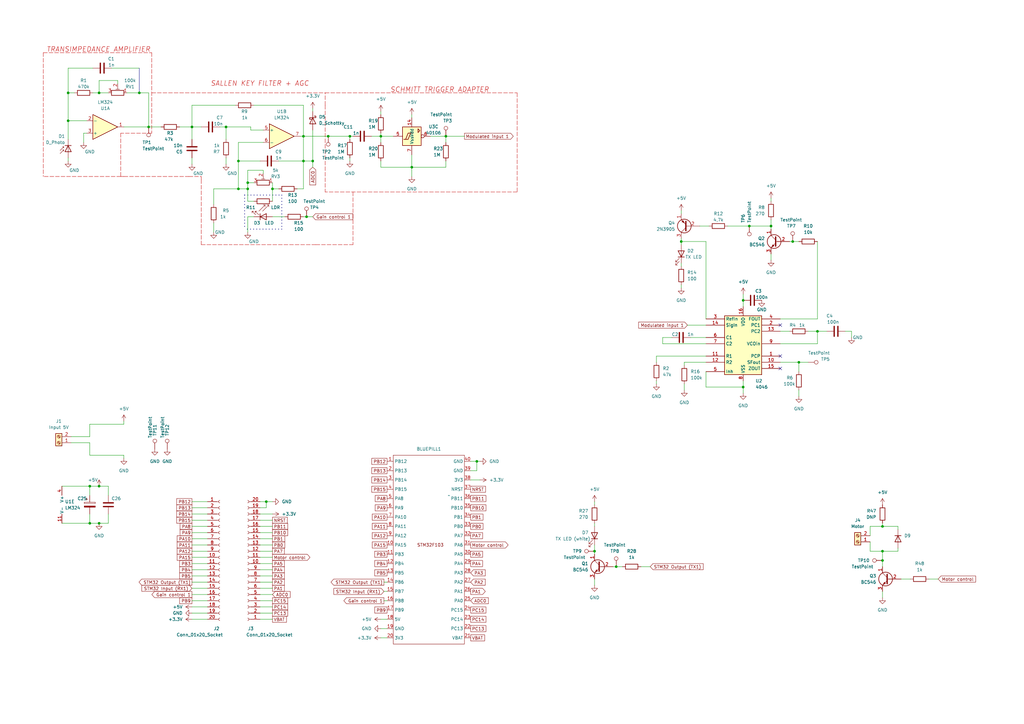
<source format=kicad_sch>
(kicad_sch (version 20230121) (generator eeschema)
  (paper "A3")
  (title_block (title "BFSK for VLC link") (date "2023-09-30") (rev "2") (company "Designer: Alan Vel"))
  (junction (at 128.27 66.04))
  (junction (at 252.73 232.41))
  (junction (at 156.21 55.88))
  (junction (at 325.12 99.06))
  (junction (at 36.83 214.63))
  (junction (at 168.91 68.58))
  (junction (at 36.83 199.39))
  (junction (at 40.64 38.1))
  (junction (at 40.64 214.63))
  (junction (at 143.51 55.88))
  (junction (at 57.15 38.1))
  (junction (at 125.73 88.9))
  (junction (at 124.46 55.88))
  (junction (at 361.95 229.87))
  (junction (at 60.96 52.07))
  (junction (at 111.76 77.47))
  (junction (at 40.64 199.39))
  (junction (at 92.71 52.07))
  (junction (at 97.79 66.04))
  (junction (at 304.8 158.75))
  (junction (at 361.95 215.9))
  (junction (at 316.23 92.71))
  (junction (at 124.46 66.04))
  (junction (at 101.6 77.47))
  (junction (at 243.84 226.06))
  (junction (at 109.22 205.74))
  (junction (at 182.88 55.88))
  (junction (at 78.74 52.07))
  (junction (at 327.66 148.59))
  (junction (at 304.8 123.19))
  (junction (at 335.28 135.89))
  (junction (at 279.4 99.06))
  (junction (at 195.58 189.23))
  (junction (at 27.94 38.1))
  (junction (at 101.6 74.93))
  (junction (at 27.94 49.53))
  (junction (at 134.62 55.88))
  (junction (at 307.34 92.71))
  (junction (at 97.79 77.47))
  (junction (at 361.95 226.06))
  (no_connect (at 320.04 133.35))
  (no_connect (at 320.04 151.13))
  (no_connect (at 320.04 146.05))
  (wire (pts (xy 266.7 232.41) (xy 262.89 232.41)))
  (wire (pts (xy 243.84 226.06) (xy 243.84 227.33)))
  (wire (pts (xy 27.94 49.53) (xy 35.56 49.53)))
  (wire (pts (xy 243.84 223.52) (xy 243.84 226.06)))
  (wire (pts (xy 152.4 55.88) (xy 156.21 55.88)))
  (wire (pts (xy 346.71 135.89) (xy 349.25 135.89)))
  (wire (pts (xy 156.21 257.81) (xy 158.75 257.81)))
  (wire (pts (xy 90.17 52.07) (xy 92.71 52.07)))
  (wire (pts (xy 36.83 173.99) (xy 50.8 173.99)))
  (wire (pts (xy 243.84 214.63) (xy 243.84 215.9)))
  (polyline (pts (xy 82.55 72.39) (xy 82.55 73.66)) (stroke (width 0) (type dash) (color 194 0 0 1)))
  (wire (pts (xy 111.76 88.9) (xy 116.84 88.9)))
  (wire (pts (xy 335.28 140.97) (xy 335.28 135.89)))
  (bus (pts (xy 100.33 80.01) (xy 100.33 93.98)) (stroke (width 0) (type dot)))
  (polyline (pts (xy 212.09 38.1) (xy 212.09 78.74)) (stroke (width 0) (type dash) (color 194 0 0 1)))
  (wire (pts (xy 275.59 138.43) (xy 271.78 138.43)))
  (wire (pts (xy 78.74 228.6) (xy 85.09 228.6)))
  (wire (pts (xy 304.8 120.65) (xy 304.8 123.19)))
  (wire (pts (xy 97.79 77.47) (xy 101.6 77.47)))
  (wire (pts (xy 92.71 52.07) (xy 102.87 52.07)))
  (wire (pts (xy 156.21 254) (xy 158.75 254)))
  (wire (pts (xy 255.27 232.41) (xy 252.73 232.41)))
  (wire (pts (xy 269.24 146.05) (xy 269.24 148.59)))
  (polyline (pts (xy 129.54 100.33) (xy 93.98 100.33)) (stroke (width 0) (type dash) (color 194 0 0 1)))
  (wire (pts (xy 106.68 213.36) (xy 111.76 213.36)))
  (wire (pts (xy 78.74 64.77) (xy 78.74 67.31)))
  (wire (pts (xy 106.68 236.22) (xy 111.76 236.22)))
  (wire (pts (xy 97.79 66.04) (xy 97.79 77.47)))
  (wire (pts (xy 101.6 69.85) (xy 101.6 74.93)))
  (wire (pts (xy 156.21 55.88) (xy 156.21 58.42)))
  (wire (pts (xy 349.25 135.89) (xy 349.25 138.43)))
  (wire (pts (xy 289.56 130.81) (xy 289.56 99.06)))
  (wire (pts (xy 106.68 243.84) (xy 111.76 243.84)))
  (wire (pts (xy 87.63 77.47) (xy 97.79 77.47)))
  (wire (pts (xy 157.48 238.76) (xy 158.75 238.76)))
  (polyline (pts (xy 82.55 73.66) (xy 82.55 100.33)) (stroke (width 0) (type dash) (color 194 0 0 1)))
  (wire (pts (xy 316.23 92.71) (xy 316.23 93.98)))
  (wire (pts (xy 78.74 208.28) (xy 85.09 208.28)))
  (wire (pts (xy 107.95 69.85) (xy 101.6 69.85)))
  (wire (pts (xy 182.88 58.42) (xy 182.88 55.88)))
  (wire (pts (xy 316.23 104.14) (xy 316.23 106.68)))
  (wire (pts (xy 106.68 226.06) (xy 111.76 226.06)))
  (wire (pts (xy 156.21 55.88) (xy 161.29 55.88)))
  (wire (pts (xy 121.92 77.47) (xy 124.46 77.47)))
  (polyline (pts (xy 77.47 72.39) (xy 82.55 72.39)) (stroke (width 0) (type dash) (color 194 0 0 1)))
  (wire (pts (xy 128.27 66.04) (xy 128.27 68.58)))
  (wire (pts (xy 25.4 199.39) (xy 36.83 199.39)))
  (polyline (pts (xy 50.8 72.39) (xy 77.47 72.39)) (stroke (width 0) (type dash) (color 194 0 0 1)))
  (wire (pts (xy 27.94 64.77) (xy 27.94 66.04)))
  (wire (pts (xy 78.74 218.44) (xy 85.09 218.44)))
  (wire (pts (xy 27.94 57.15) (xy 27.94 49.53)))
  (wire (pts (xy 304.8 123.19) (xy 304.8 125.73)))
  (wire (pts (xy 78.74 243.84) (xy 85.09 243.84)))
  (wire (pts (xy 124.46 55.88) (xy 134.62 55.88)))
  (wire (pts (xy 106.68 205.74) (xy 109.22 205.74)))
  (polyline (pts (xy 133.35 38.1) (xy 212.09 38.1)) (stroke (width 0) (type dash) (color 194 0 0 1)))
  (wire (pts (xy 106.68 241.3) (xy 111.76 241.3)))
  (wire (pts (xy 289.56 152.4) (xy 289.56 158.75)))
  (wire (pts (xy 316.23 81.28) (xy 316.23 82.55)))
  (wire (pts (xy 78.74 236.22) (xy 85.09 236.22)))
  (wire (pts (xy 327.66 162.56) (xy 327.66 160.02)))
  (wire (pts (xy 124.46 66.04) (xy 124.46 77.47)))
  (wire (pts (xy 195.58 189.23) (xy 196.85 189.23)))
  (wire (pts (xy 279.4 97.79) (xy 279.4 99.06)))
  (wire (pts (xy 243.84 237.49) (xy 243.84 240.03)))
  (wire (pts (xy 52.07 38.1) (xy 57.15 38.1)))
  (wire (pts (xy 368.3 224.79) (xy 368.3 226.06)))
  (wire (pts (xy 156.21 45.72) (xy 156.21 46.99)))
  (polyline (pts (xy 133.35 43.18) (xy 133.35 38.1)) (stroke (width 0) (type dash) (color 194 0 0 1)))
  (wire (pts (xy 298.45 92.71) (xy 307.34 92.71)))
  (wire (pts (xy 107.95 69.85) (xy 107.95 71.12)))
  (wire (pts (xy 78.74 220.98) (xy 85.09 220.98)))
  (wire (pts (xy 106.68 223.52) (xy 111.76 223.52)))
  (wire (pts (xy 25.4 214.63) (xy 36.83 214.63)))
  (wire (pts (xy 335.28 135.89) (xy 339.09 135.89)))
  (polyline (pts (xy 17.78 21.59) (xy 17.78 72.39)) (stroke (width 0) (type dash) (color 194 0 0 1)))
  (wire (pts (xy 92.71 52.07) (xy 92.71 57.15)))
  (wire (pts (xy 36.83 214.63) (xy 40.64 214.63)))
  (wire (pts (xy 106.68 208.28) (xy 109.22 208.28)))
  (wire (pts (xy 156.21 66.04) (xy 156.21 68.58)))
  (wire (pts (xy 106.68 246.38) (xy 111.76 246.38)))
  (wire (pts (xy 356.87 215.9) (xy 361.95 215.9)))
  (wire (pts (xy 193.04 189.23) (xy 195.58 189.23)))
  (wire (pts (xy 34.29 58.42) (xy 34.29 54.61)))
  (wire (pts (xy 111.76 77.47) (xy 114.3 77.47)))
  (wire (pts (xy 195.58 189.23) (xy 195.58 193.04)))
  (polyline (pts (xy 133.35 43.18) (xy 133.35 78.74)) (stroke (width 0) (type dash) (color 194 0 0 1)))
  (wire (pts (xy 48.26 33.02) (xy 40.64 33.02)))
  (wire (pts (xy 101.6 95.25) (xy 101.6 88.9)))
  (bus (pts (xy 100.33 80.01) (xy 115.57 80.01)) (stroke (width 0) (type dot)))
  (wire (pts (xy 271.78 140.97) (xy 289.56 140.97)))
  (wire (pts (xy 78.74 226.06) (xy 85.09 226.06)))
  (wire (pts (xy 101.6 74.93) (xy 101.6 77.47)))
  (wire (pts (xy 327.66 148.59) (xy 327.66 152.4)))
  (wire (pts (xy 331.47 135.89) (xy 335.28 135.89)))
  (wire (pts (xy 280.67 157.48) (xy 280.67 160.02)))
  (wire (pts (xy 48.26 34.29) (xy 48.26 33.02)))
  (wire (pts (xy 78.74 52.07) (xy 82.55 52.07)))
  (wire (pts (xy 271.78 138.43) (xy 271.78 140.97)))
  (wire (pts (xy 106.68 215.9) (xy 111.76 215.9)))
  (wire (pts (xy 279.4 99.06) (xy 279.4 100.33)))
  (polyline (pts (xy 62.23 21.59) (xy 62.23 54.61)) (stroke (width 0) (type dash) (color 194 0 0 1)))
  (wire (pts (xy 78.74 231.14) (xy 85.09 231.14)))
  (wire (pts (xy 36.83 179.07) (xy 36.83 173.99)))
  (wire (pts (xy 111.76 77.47) (xy 111.76 82.55)))
  (wire (pts (xy 60.96 38.1) (xy 57.15 38.1)))
  (wire (pts (xy 307.34 92.71) (xy 316.23 92.71)))
  (wire (pts (xy 327.66 148.59) (xy 331.47 148.59)))
  (wire (pts (xy 124.46 88.9) (xy 125.73 88.9)))
  (wire (pts (xy 289.56 146.05) (xy 269.24 146.05)))
  (wire (pts (xy 87.63 91.44) (xy 87.63 95.25)))
  (wire (pts (xy 78.74 241.3) (xy 85.09 241.3)))
  (wire (pts (xy 106.68 238.76) (xy 111.76 238.76)))
  (wire (pts (xy 106.68 231.14) (xy 111.76 231.14)))
  (wire (pts (xy 384.81 237.49) (xy 381 237.49)))
  (wire (pts (xy 143.51 64.77) (xy 143.51 66.04)))
  (wire (pts (xy 106.68 228.6) (xy 111.76 228.6)))
  (wire (pts (xy 124.46 66.04) (xy 124.46 55.88)))
  (wire (pts (xy 156.21 54.61) (xy 156.21 55.88)))
  (wire (pts (xy 106.68 210.82) (xy 111.76 210.82)))
  (wire (pts (xy 30.48 38.1) (xy 27.94 38.1)))
  (wire (pts (xy 356.87 226.06) (xy 361.95 226.06)))
  (wire (pts (xy 283.21 138.43) (xy 289.56 138.43)))
  (wire (pts (xy 50.8 187.96) (xy 50.8 186.69)))
  (wire (pts (xy 304.8 156.21) (xy 304.8 158.75)))
  (wire (pts (xy 128.27 53.34) (xy 128.27 66.04)))
  (wire (pts (xy 29.21 179.07) (xy 36.83 179.07)))
  (wire (pts (xy 182.88 66.04) (xy 182.88 68.58)))
  (wire (pts (xy 106.68 254) (xy 111.76 254)))
  (wire (pts (xy 36.83 199.39) (xy 36.83 203.2)))
  (wire (pts (xy 27.94 38.1) (xy 27.94 49.53)))
  (wire (pts (xy 101.6 88.9) (xy 104.14 88.9)))
  (polyline (pts (xy 49.53 72.39) (xy 50.8 72.39)) (stroke (width 0) (type dash) (color 194 0 0 1)))
  (wire (pts (xy 168.91 46.99) (xy 168.91 48.26)))
  (wire (pts (xy 356.87 222.25) (xy 356.87 226.06)))
  (wire (pts (xy 252.73 232.41) (xy 251.46 232.41)))
  (wire (pts (xy 168.91 63.5) (xy 168.91 68.58)))
  (wire (pts (xy 97.79 58.42) (xy 97.79 66.04)))
  (wire (pts (xy 368.3 217.17) (xy 368.3 215.9)))
  (wire (pts (xy 60.96 38.1) (xy 60.96 52.07)))
  (wire (pts (xy 57.15 27.94) (xy 57.15 38.1)) (stroke (width 0) (color 0 0 132 1)))
  (wire (pts (xy 50.8 52.07) (xy 60.96 52.07)))
  (wire (pts (xy 182.88 68.58) (xy 168.91 68.58)))
  (polyline (pts (xy 49.53 54.61) (xy 49.53 72.39)) (stroke (width 0) (type dash) (color 194 0 0 1)))
  (wire (pts (xy 111.76 77.47) (xy 111.76 74.93)))
  (wire (pts (xy 109.22 208.28) (xy 109.22 205.74)))
  (wire (pts (xy 157.48 242.57) (xy 158.75 242.57)))
  (wire (pts (xy 78.74 248.92) (xy 85.09 248.92)))
  (wire (pts (xy 38.1 27.94) (xy 27.94 27.94)))
  (wire (pts (xy 78.74 251.46) (xy 85.09 251.46)))
  (wire (pts (xy 44.45 210.82) (xy 44.45 214.63)))
  (wire (pts (xy 279.4 107.95) (xy 279.4 109.22)))
  (wire (pts (xy 96.52 43.18) (xy 78.74 43.18)))
  (wire (pts (xy 104.14 74.93) (xy 101.6 74.93)))
  (wire (pts (xy 156.21 261.62) (xy 158.75 261.62)))
  (wire (pts (xy 106.68 251.46) (xy 111.76 251.46)))
  (wire (pts (xy 143.51 55.88) (xy 143.51 57.15)))
  (wire (pts (xy 373.38 237.49) (xy 369.57 237.49)))
  (wire (pts (xy 97.79 58.42) (xy 107.95 58.42)))
  (wire (pts (xy 157.48 246.38) (xy 158.75 246.38)))
  (wire (pts (xy 40.64 38.1) (xy 44.45 38.1)))
  (wire (pts (xy 101.6 77.47) (xy 101.6 82.55)))
  (wire (pts (xy 335.28 130.81) (xy 320.04 130.81)))
  (wire (pts (xy 45.72 27.94) (xy 57.15 27.94)))
  (wire (pts (xy 78.74 210.82) (xy 85.09 210.82)))
  (wire (pts (xy 361.95 242.57) (xy 361.95 245.11)))
  (wire (pts (xy 34.29 54.61) (xy 35.56 54.61)))
  (wire (pts (xy 78.74 233.68) (xy 85.09 233.68)))
  (wire (pts (xy 356.87 219.71) (xy 356.87 215.9)))
  (polyline (pts (xy 129.54 100.33) (xy 144.78 100.33)) (stroke (width 0) (type dash) (color 194 0 0 1)))
  (wire (pts (xy 281.94 133.35) (xy 289.56 133.35)))
  (wire (pts (xy 106.68 233.68) (xy 111.76 233.68)))
  (wire (pts (xy 101.6 82.55) (xy 104.14 82.55)))
  (wire (pts (xy 361.95 229.87) (xy 361.95 232.41)))
  (polyline (pts (xy 49.53 72.39) (xy 17.78 72.39)) (stroke (width 0) (type dash) (color 194 0 0 1)))
  (wire (pts (xy 182.88 55.88) (xy 190.5 55.88)))
  (wire (pts (xy 124.46 55.88) (xy 123.19 55.88)))
  (wire (pts (xy 78.74 43.18) (xy 78.74 52.07)))
  (wire (pts (xy 36.83 186.69) (xy 50.8 186.69)))
  (wire (pts (xy 368.3 226.06) (xy 361.95 226.06)))
  (wire (pts (xy 193.04 196.85) (xy 196.85 196.85)))
  (wire (pts (xy 27.94 27.94) (xy 27.94 38.1)))
  (wire (pts (xy 78.74 223.52) (xy 85.09 223.52)))
  (wire (pts (xy 78.74 238.76) (xy 85.09 238.76)))
  (wire (pts (xy 104.14 43.18) (xy 124.46 43.18)))
  (wire (pts (xy 320.04 148.59) (xy 327.66 148.59)))
  (wire (pts (xy 38.1 38.1) (xy 40.64 38.1)))
  (wire (pts (xy 92.71 64.77) (xy 92.71 67.31)))
  (wire (pts (xy 280.67 148.59) (xy 280.67 149.86)))
  (wire (pts (xy 78.74 254) (xy 85.09 254)))
  (wire (pts (xy 50.8 172.72) (xy 50.8 173.99)))
  (wire (pts (xy 36.83 210.82) (xy 36.83 214.63)))
  (wire (pts (xy 114.3 66.04) (xy 124.46 66.04)))
  (wire (pts (xy 243.84 205.74) (xy 243.84 207.01)))
  (wire (pts (xy 97.79 66.04) (xy 106.68 66.04)))
  (wire (pts (xy 134.62 55.88) (xy 143.51 55.88)))
  (polyline (pts (xy 82.55 100.33) (xy 93.98 100.33)) (stroke (width 0) (type dash) (color 194 0 0 1)))
  (wire (pts (xy 109.22 205.74) (xy 111.76 205.74)))
  (wire (pts (xy 87.63 77.47) (xy 87.63 83.82)))
  (wire (pts (xy 289.56 158.75) (xy 304.8 158.75)))
  (bus (pts (xy 115.57 80.01) (xy 115.57 93.98)) (stroke (width 0) (type dot)))
  (wire (pts (xy 124.46 43.18) (xy 124.46 55.88)))
  (wire (pts (xy 106.68 220.98) (xy 111.76 220.98)))
  (bus (pts (xy 115.57 93.98) (xy 100.33 93.98)) (stroke (width 0) (type dot)))
  (wire (pts (xy 193.04 193.04) (xy 195.58 193.04)))
  (wire (pts (xy 327.66 99.06) (xy 325.12 99.06)))
  (wire (pts (xy 368.3 215.9) (xy 361.95 215.9)))
  (wire (pts (xy 29.21 181.61) (xy 36.83 181.61)))
  (wire (pts (xy 125.73 88.9) (xy 128.27 88.9)))
  (wire (pts (xy 156.21 68.58) (xy 168.91 68.58)))
  (wire (pts (xy 279.4 86.36) (xy 279.4 87.63)))
  (wire (pts (xy 44.45 199.39) (xy 44.45 203.2)))
  (wire (pts (xy 361.95 214.63) (xy 361.95 215.9)))
  (wire (pts (xy 304.8 158.75) (xy 304.8 161.29)))
  (wire (pts (xy 73.66 52.07) (xy 78.74 52.07)))
  (wire (pts (xy 78.74 246.38) (xy 85.09 246.38)))
  (wire (pts (xy 316.23 90.17) (xy 316.23 92.71)))
  (wire (pts (xy 289.56 148.59) (xy 280.67 148.59)))
  (polyline (pts (xy 62.23 38.1) (xy 133.35 38.1)) (stroke (width 0) (type dash) (color 194 0 0 1)))
  (wire (pts (xy 289.56 99.06) (xy 279.4 99.06)))
  (wire (pts (xy 335.28 99.06) (xy 335.28 130.81)))
  (wire (pts (xy 78.74 215.9) (xy 85.09 215.9)))
  (wire (pts (xy 168.91 68.58) (xy 168.91 72.39)))
  (wire (pts (xy 106.68 248.92) (xy 111.76 248.92)))
  (polyline (pts (xy 144.78 78.74) (xy 144.78 100.33)) (stroke (width 0) (type dash) (color 194 0 0 1)))
  (wire (pts (xy 176.53 55.88) (xy 182.88 55.88)))
  (wire (pts (xy 40.64 199.39) (xy 44.45 199.39)))
  (wire (pts (xy 40.64 33.02) (xy 40.64 38.1)))
  (wire (pts (xy 106.68 218.44) (xy 111.76 218.44)))
  (wire (pts (xy 124.46 66.04) (xy 128.27 66.04)))
  (wire (pts (xy 269.24 156.21) (xy 269.24 157.48)))
  (polyline (pts (xy 212.09 78.74) (xy 133.35 78.74)) (stroke (width 0) (type dash) (color 194 0 0 1)))
  (wire (pts (xy 36.83 199.39) (xy 40.64 199.39)))
  (wire (pts (xy 102.87 53.34) (xy 107.95 53.34)))
  (wire (pts (xy 279.4 116.84) (xy 279.4 118.11)))
  (polyline (pts (xy 17.78 21.59) (xy 62.23 21.59)) (stroke (width 0) (type dash) (color 194 0 0 1)))
  (wire (pts (xy 36.83 181.61) (xy 36.83 186.69)))
  (wire (pts (xy 78.74 213.36) (xy 85.09 213.36)))
  (wire (pts (xy 128.27 44.45) (xy 128.27 45.72)))
  (wire (pts (xy 78.74 205.74) (xy 85.09 205.74)))
  (wire (pts (xy 78.74 52.07) (xy 78.74 57.15)))
  (wire (pts (xy 143.51 55.88) (xy 144.78 55.88)))
  (wire (pts (xy 320.04 135.89) (xy 323.85 135.89)))
  (wire (pts (xy 361.95 226.06) (xy 361.95 229.87)))
  (polyline (pts (xy 62.23 54.61) (xy 49.53 54.61)) (stroke (width 0) (type dash) (color 194 0 0 1)))
  (wire (pts (xy 320.04 140.97) (xy 335.28 140.97)))
  (wire (pts (xy 325.12 99.06) (xy 323.85 99.06)))
  (wire (pts (xy 102.87 52.07) (xy 102.87 53.34)))
  (wire (pts (xy 287.02 92.71) (xy 290.83 92.71)))
  (wire (pts (xy 60.96 52.07) (xy 66.04 52.07)))
  (wire (pts (xy 40.64 214.63) (xy 44.45 214.63)))
  (text "SALLEN KEY FILTER + AGC" (at 86.36 35.56 0) (effects (font (size 2 2) italic) (justify left bottom)))
  (text "TRANSIMPEDANCE AMPLIFIER" (at 19.05 21.59 0) (effects (font (size 2 2) italic) (justify left bottom)))
  (text "SCHMITT TRIGGER ADAPTER" (at 160.02 38.1 0) (effects (font (size 2 2) italic) (justify left bottom)))
  (global_label "PB10" (shape passive) (at 193.04 208.28 0) (property "Intersheetrefs" "${INTERSHEET_REFS}" (effects hide)))
  (global_label "PA15" (shape passive) (at 158.75 223.52 180) (property "Intersheetrefs" "${INTERSHEET_REFS}" (effects hide)))
  (global_label "PA1" (shape passive) (at 111.76 241.3 0) (property "Intersheetrefs" "${INTERSHEET_REFS}" (effects hide)))
  (global_label "PA9" (shape passive) (at 158.75 208.28 180) (property "Intersheetrefs" "${INTERSHEET_REFS}" (effects hide)))
  (global_label "PB3" (shape passive) (at 158.75 227.33 180) (property "Intersheetrefs" "${INTERSHEET_REFS}" (effects hide)))
  (global_label "ADC0" (shape input) (at 193.04 246.38 0) (property "Intersheetrefs" "${INTERSHEET_REFS}" (effects hide)))
  (global_label "ADC0" (shape input) (at 128.27 68.58 270) (property "Intersheetrefs" "${INTERSHEET_REFS}" (effects hide)))
  (global_label "NRST" (shape passive) (at 111.76 213.36 0) (property "Intersheetrefs" "${INTERSHEET_REFS}" (effects hide)))
  (global_label "VBAT" (shape passive) (at 111.76 254 0) (property "Intersheetrefs" "${INTERSHEET_REFS}" (effects hide)))
  (global_label "PB0" (shape passive) (at 111.76 223.52 0) (property "Intersheetrefs" "${INTERSHEET_REFS}" (effects hide)))
  (global_label "STM32 Output (TX1)" (shape output) (at 157.48 238.76 180) (property "Intersheetrefs" "${INTERSHEET_REFS}" (effects hide)))
  (global_label "PB3" (shape passive) (at 78.74 231.14 180) (property "Intersheetrefs" "${INTERSHEET_REFS}" (effects hide)))
  (global_label "PB14" (shape passive) (at 78.74 210.82 180) (property "Intersheetrefs" "${INTERSHEET_REFS}" (effects hide)))
  (global_label "PA11" (shape passive) (at 78.74 223.52 180) (property "Intersheetrefs" "${INTERSHEET_REFS}" (effects hide)))
  (global_label "PA10" (shape passive) (at 78.74 220.98 180) (property "Intersheetrefs" "${INTERSHEET_REFS}" (effects hide)))
  (global_label "NRST" (shape passive) (at 193.04 200.66 0) (property "Intersheetrefs" "${INTERSHEET_REFS}" (effects hide)))
  (global_label "PB13" (shape passive) (at 158.75 193.04 180) (property "Intersheetrefs" "${INTERSHEET_REFS}" (effects hide)))
  (global_label "Motor control" (shape input) (at 384.81 237.49 0) (property "Intersheetrefs" "${INTERSHEET_REFS}" (effects hide)))
  (global_label "PB1" (shape passive) (at 111.76 220.98 0) (property "Intersheetrefs" "${INTERSHEET_REFS}" (effects hide)))
  (global_label "Motor control" (shape output) (at 193.04 223.52 0) (property "Intersheetrefs" "${INTERSHEET_REFS}" (effects hide)))
  (global_label "PA12" (shape passive) (at 158.75 219.71 180) (property "Intersheetrefs" "${INTERSHEET_REFS}" (effects hide)))
  (global_label "STM32 Input (RX1)" (shape input) (at 157.48 242.57 180) (property "Intersheetrefs" "${INTERSHEET_REFS}" (effects hide)))
  (global_label "PA2" (shape passive) (at 111.76 238.76 0) (property "Intersheetrefs" "${INTERSHEET_REFS}" (effects hide)))
  (global_label "PB0" (shape passive) (at 193.04 215.9 0) (property "Intersheetrefs" "${INTERSHEET_REFS}" (effects hide)))
  (global_label "PA5" (shape passive) (at 193.04 227.33 0) (property "Intersheetrefs" "${INTERSHEET_REFS}" (effects hide)))
  (global_label "Motor control" (shape output) (at 111.76 228.6 0) (property "Intersheetrefs" "${INTERSHEET_REFS}" (effects hide)))
  (global_label "PC13" (shape passive) (at 111.76 251.46 0) (property "Intersheetrefs" "${INTERSHEET_REFS}" (effects hide)))
  (global_label "PB4" (shape passive) (at 78.74 233.68 180) (property "Intersheetrefs" "${INTERSHEET_REFS}" (effects hide)))
  (global_label "PA8" (shape passive) (at 158.75 204.47 180) (property "Intersheetrefs" "${INTERSHEET_REFS}" (effects hide)))
  (global_label "STM32 Input (RX1)" (shape input) (at 78.74 241.3 180) (property "Intersheetrefs" "${INTERSHEET_REFS}" (effects hide)))
  (global_label "PA11" (shape passive) (at 158.75 215.9 180) (property "Intersheetrefs" "${INTERSHEET_REFS}" (effects hide)))
  (global_label "PC14" (shape passive) (at 111.76 248.92 0) (property "Intersheetrefs" "${INTERSHEET_REFS}" (effects hide)))
  (global_label "PA5" (shape passive) (at 111.76 231.14 0) (property "Intersheetrefs" "${INTERSHEET_REFS}" (effects hide)))
  (global_label "PB4" (shape passive) (at 158.75 231.14 180) (property "Intersheetrefs" "${INTERSHEET_REFS}" (effects hide)))
  (global_label "PA9" (shape passive) (at 78.74 218.44 180) (property "Intersheetrefs" "${INTERSHEET_REFS}" (effects hide)))
  (global_label "STM32 Output (TX1)" (shape output) (at 78.74 238.76 180) (property "Intersheetrefs" "${INTERSHEET_REFS}" (effects hide)))
  (global_label "PA3" (shape input) (at 193.04 234.95 0) (property "Intersheetrefs" "${INTERSHEET_REFS}" (effects hide)))
  (global_label "Gain control 1" (shape input) (at 128.27 88.9 0) (property "Intersheetrefs" "${INTERSHEET_REFS}" (effects hide)))
  (global_label "PA1" (shape output) (at 193.04 242.57 0) (property "Intersheetrefs" "${INTERSHEET_REFS}" (effects hide)))
  (global_label "PB11" (shape passive) (at 193.04 204.47 0) (property "Intersheetrefs" "${INTERSHEET_REFS}" (effects hide)))
  (global_label "PB14" (shape passive) (at 158.75 196.85 180) (property "Intersheetrefs" "${INTERSHEET_REFS}" (effects hide)))
  (global_label "PB15" (shape passive) (at 158.75 200.66 180) (property "Intersheetrefs" "${INTERSHEET_REFS}" (effects hide)))
  (global_label "Gain control 1" (shape output) (at 157.48 246.38 180) (property "Intersheetrefs" "${INTERSHEET_REFS}" (effects hide)))
  (global_label "PA4" (shape passive) (at 193.04 231.14 0) (property "Intersheetrefs" "${INTERSHEET_REFS}" (effects hide)))
  (global_label "PB1" (shape passive) (at 193.04 212.09 0) (property "Intersheetrefs" "${INTERSHEET_REFS}" (effects hide)))
  (global_label "PA2" (shape input) (at 193.04 238.76 0) (property "Intersheetrefs" "${INTERSHEET_REFS}" (effects hide)))
  (global_label "PB9" (shape passive) (at 78.74 246.38 180) (property "Intersheetrefs" "${INTERSHEET_REFS}" (effects hide)))
  (global_label "Gain control 1" (shape output) (at 78.74 243.84 180) (property "Intersheetrefs" "${INTERSHEET_REFS}" (effects hide)))
  (global_label "PC15" (shape passive) (at 111.76 246.38 0) (property "Intersheetrefs" "${INTERSHEET_REFS}" (effects hide)))
  (global_label "PB5" (shape passive) (at 158.75 234.95 180) (property "Intersheetrefs" "${INTERSHEET_REFS}" (effects hide)))
  (global_label "PB12" (shape passive) (at 78.74 205.74 180) (property "Intersheetrefs" "${INTERSHEET_REFS}" (effects hide)))
  (global_label "PA8" (shape passive) (at 78.74 215.9 180) (property "Intersheetrefs" "${INTERSHEET_REFS}" (effects hide)))
  (global_label "PC14" (shape passive) (at 193.04 254 0) (property "Intersheetrefs" "${INTERSHEET_REFS}" (effects hide)))
  (global_label "PA7" (shape passive) (at 193.04 219.71 0) (property "Intersheetrefs" "${INTERSHEET_REFS}" (effects hide)))
  (global_label "PB15" (shape passive) (at 78.74 213.36 180) (property "Intersheetrefs" "${INTERSHEET_REFS}" (effects hide)))
  (global_label "PB5" (shape passive) (at 78.74 236.22 180) (property "Intersheetrefs" "${INTERSHEET_REFS}" (effects hide)))
  (global_label "PC15" (shape passive) (at 193.04 250.19 0) (property "Intersheetrefs" "${INTERSHEET_REFS}" (effects hide)))
  (global_label "ADC0" (shape input) (at 111.76 243.84 0) (property "Intersheetrefs" "${INTERSHEET_REFS}" (effects hide)))
  (global_label "PA12" (shape passive) (at 78.74 226.06 180) (property "Intersheetrefs" "${INTERSHEET_REFS}" (effects hide)))
  (global_label "PB10" (shape passive) (at 111.76 218.44 0) (property "Intersheetrefs" "${INTERSHEET_REFS}" (effects hide)))
  (global_label "STM32 Output (TX1)" (shape input) (at 266.7 232.41 0) (property "Intersheetrefs" "${INTERSHEET_REFS}" (effects hide)))
  (global_label "PB11" (shape passive) (at 111.76 215.9 0) (property "Intersheetrefs" "${INTERSHEET_REFS}" (effects hide)))
  (global_label "PA10" (shape passive) (at 158.75 212.09 180) (property "Intersheetrefs" "${INTERSHEET_REFS}" (effects hide)))
  (global_label "PB12" (shape passive) (at 158.75 189.23 180) (property "Intersheetrefs" "${INTERSHEET_REFS}" (effects hide)))
  (global_label "VBAT" (shape passive) (at 193.04 261.62 0) (property "Intersheetrefs" "${INTERSHEET_REFS}" (effects hide)))
  (global_label "PA7" (shape passive) (at 111.76 226.06 0) (property "Intersheetrefs" "${INTERSHEET_REFS}" (effects hide)))
  (global_label "Modulated input 1" (shape output) (at 190.5 55.88 0) (property "Intersheetrefs" "${INTERSHEET_REFS}" (effects hide)))
  (global_label "PA4" (shape passive) (at 111.76 233.68 0) (property "Intersheetrefs" "${INTERSHEET_REFS}" (effects hide)))
  (global_label "PA15" (shape passive) (at 78.74 228.6 180) (property "Intersheetrefs" "${INTERSHEET_REFS}" (effects hide)))
  (global_label "PC13" (shape passive) (at 193.04 257.81 0) (property "Intersheetrefs" "${INTERSHEET_REFS}" (effects hide)))
  (global_label "Modulated input 1" (shape input) (at 281.94 133.35 180) (property "Intersheetrefs" "${INTERSHEET_REFS}" (effects hide)))
  (global_label "PA3" (shape passive) (at 111.76 236.22 0) (property "Intersheetrefs" "${INTERSHEET_REFS}" (effects hide)))
  (global_label "PB9" (shape passive) (at 158.75 250.19 180) (property "Intersheetrefs" "${INTERSHEET_REFS}" (effects hide)))
  (global_label "PB13" (shape passive) (at 78.74 208.28 180) (property "Intersheetrefs" "${INTERSHEET_REFS}" (effects hide)))
  (symbol (lib_id "power:GND") (at 63.5 184.15 0) (unit 1)
    (property "Reference" "#PWR067" (effects hide))
    (property "Value" "GND" (at 63.5 189.23 0))
  )
  (symbol (lib_id "Connector:TestPoint") (at 331.47 148.59 270) (unit 1)
    (property "Reference" "TP5" (at 340.36 147.32 90) (effects (justify right)))
    (property "Value" "TestPoint" (at 340.36 144.78 90) (effects (justify right)))
    (property "Footprint" "TestPoint:TestPoint_Loop_D1.80mm_Drill1.0mm_Beaded" (effects hide))
  )
  (symbol (lib_id "power:GND") (at 68.58 184.15 0) (unit 1)
    (property "Reference" "#PWR068" (effects hide))
    (property "Value" "GND" (at 68.58 189.23 0))
  )
  (symbol (lib_id "power:GND") (at 111.76 205.74 90) (mirror x) (unit 1)
    (property "Reference" "#PWR018" (effects hide))
    (property "Value" "GND" (at 115.57 205.74 90) (effects (justify right)))
  )
  (symbol (lib_id "Connector:TestPoint") (at 243.84 226.06 90) (unit 1)
    (property "Reference" "TP9" (at 234.95 226.06 90) (effects (justify right)))
    (property "Value" "TestPoint" (at 231.14 228.6 90) (effects (justify right)))
    (property "Footprint" "TestPoint:TestPoint_Loop_D1.80mm_Drill1.0mm_Beaded" (effects hide))
  )
  (symbol (lib_id "4xxx_IEEE:4046") (at 304.8 140.97 0) (unit 1)
    (property "Reference" "U2" (at 309.88 156.21 0) (effects (justify left)))
    (property "Value" "4046" (at 309.88 158.75 0) (effects (justify left)))
    (property "Footprint" "Package_DIP:DIP-16_W7.62mm_Socket_LongPads" (effects hide))
  )
  (symbol (lib_id "power:GND") (at 243.84 240.03 0) (mirror y) (unit 1)
    (property "Reference" "#PWR038" (effects hide))
    (property "Value" "GND" (at 243.84 245.11 0))
  )
  (symbol (lib_id "MCU_ST_STM32F1:Bluepill_STM32F103") (at 176.53 227.33 0) (unit 1)
    (property "Reference" "BLUEPILL1" (at 175.895 184.15 0))
    (property "Value" "~" (at 184.15 203.2 0))
    (property "Footprint" "Module:Electrosmith_Daisy_Seed" (effects hide))
  )
  (symbol (lib_id "power:GND") (at 349.25 138.43 0) (unit 1)
    (property "Reference" "#PWR017" (effects hide))
    (property "Value" "GND" (at 351.79 138.43 0))
  )
  (symbol (lib_id "power:+3.3V") (at 111.76 210.82 270) (unit 1)
    (property "Reference" "#PWR019" (effects hide))
    (property "Value" "+3.3V" (at 115.57 210.82 90) (effects (justify left)))
  )
  (symbol (lib_id "power:GND") (at 361.95 245.11 0) (mirror y) (unit 1)
    (property "Reference" "#PWR060" (effects hide))
    (property "Value" "GND" (at 361.95 250.19 0))
  )
  (symbol (lib_id "Device:R") (at 331.47 99.06 270) (mirror x) (unit 1)
    (property "Reference" "R10" (at 331.47 92.71 90))
    (property "Value" "10k" (at 331.47 95.25 90))
    (property "Footprint" "Resistor_THT:R_Axial_DIN0207_L6.3mm_D2.5mm_P10.16mm_Horizontal" (effects hide))
  )
  (symbol (lib_id "Device:LED") (at 243.84 219.71 270) (mirror x) (unit 1)
    (property "Reference" "D7" (at 240.03 218.44 90))
    (property "Value" "TX LED (white)" (at 234.95 220.98 90))
    (property "Footprint" "LED_THT:LED_D3.0mm" (effects hide))
  )
  (symbol (lib_id "Device:R") (at 100.33 43.18 90) (unit 1)
    (property "Reference" "R9" (at 101.6 45.72 90) (effects (justify left)))
    (property "Value" "1k" (at 101.6 48.26 90) (effects (justify left)))
    (property "Footprint" "Resistor_THT:R_Axial_DIN0207_L6.3mm_D2.5mm_P10.16mm_Horizontal" (effects hide))
  )
  (symbol (lib_id "power:GND") (at 40.64 214.63 0) (unit 1)
    (property "Reference" "#PWR064" (effects hide))
    (property "Value" "GND" (at 40.64 219.71 0))
  )
  (symbol (lib_id "Diode:1N4148") (at 368.3 220.98 270) (unit 1)
    (property "Reference" "D9" (at 370.84 219.71 90) (effects (justify left)))
    (property "Value" "1N4148" (effects hide))
    (property "Footprint" "Diode_THT:D_DO-35_SOD27_P7.62mm_Horizontal" (effects hide))
    (property "Datasheet" "https://assets.nexperia.com/documents/data-sheet/1N4148_1N4448.pdf" (effects hide))
    (property "Sim.Device" "D" (effects hide))
    (property "Sim.Pins" "1=K 2=A" (effects hide))
  )
  (symbol (lib_id "power:+5V") (at 361.95 207.01 0) (mirror y) (unit 1)
    (property "Reference" "#PWR059" (effects hide))
    (property "Value" "+5V" (at 361.95 201.93 0))
  )
  (symbol (lib_id "Device:R") (at 87.63 87.63 180) (unit 1)
    (property "Reference" "R5" (at 93.98 86.36 0) (effects (justify left)))
    (property "Value" "1k" (at 92.71 88.9 0) (effects (justify left)))
    (property "Footprint" "Resistor_THT:R_Axial_DIN0207_L6.3mm_D2.5mm_P10.16mm_Horizontal" (effects hide))
  )
  (symbol (lib_id "Device:R") (at 120.65 88.9 90) (unit 1)
    (property "Reference" "R15" (at 124.46 91.44 90) (effects (justify left)))
    (property "Value" "100" (at 124.46 93.98 90) (effects (justify left)))
    (property "Footprint" "Resistor_THT:R_Axial_DIN0207_L6.3mm_D2.5mm_P10.16mm_Horizontal" (effects hide))
  )
  (symbol (lib_id "Device:R") (at 327.66 156.21 0) (unit 1)
    (property "Reference" "R6" (at 322.58 154.94 0) (effects (justify left)))
    (property "Value" "100k" (at 321.31 157.48 0) (effects (justify left)))
    (property "Footprint" "Resistor_THT:R_Axial_DIN0207_L6.3mm_D2.5mm_P10.16mm_Horizontal" (effects hide))
  )
  (symbol (lib_id "Device:C") (at 44.45 207.01 0) (unit 1)
    (property "Reference" "C26" (at 45.72 204.47 0) (effects (justify left)))
    (property "Value" "2.2n" (effects hide))
    (property "Footprint" "Capacitor_THT:C_Disc_D4.7mm_W2.5mm_P5.00mm" (effects hide))
  )
  (symbol (lib_id "power:+5V") (at 304.8 120.65 0) (unit 1)
    (property "Reference" "#PWR04" (effects hide))
    (property "Value" "+5V" (at 304.8 115.57 0))
  )
  (symbol (lib_id "Connector:TestPoint") (at 68.58 184.15 0) (unit 1)
    (property "Reference" "TP12" (at 68.58 173.99 90) (effects (justify right)))
    (property "Value" "TestPoint" (at 66.675 170.815 90) (effects (justify right)))
    (property "Footprint" "TestPoint:TestPoint_Loop_D1.80mm_Drill1.0mm_Beaded" (effects hide))
  )
  (symbol (lib_id "Device:R") (at 316.23 86.36 0) (mirror y) (unit 1)
    (property "Reference" "R8" (at 313.69 85.09 0) (effects (justify left)))
    (property "Value" "270" (at 313.69 87.63 0) (effects (justify left)))
    (property "Footprint" "Resistor_THT:R_Axial_DIN0207_L6.3mm_D2.5mm_P10.16mm_Horizontal" (effects hide))
  )
  (symbol (lib_id "Device:R") (at 118.11 77.47 90) (unit 1)
    (property "Reference" "R13" (at 121.92 80.01 90) (effects (justify left)))
    (property "Value" "100" (at 121.92 82.55 90) (effects (justify left)))
    (property "Footprint" "Resistor_THT:R_Axial_DIN0207_L6.3mm_D2.5mm_P10.16mm_Horizontal" (effects hide))
  )
  (symbol (lib_id "Transistor_BJT:BC546") (at 364.49 237.49 0) (mirror y) (unit 1)
    (property "Reference" "Q3" (at 359.41 236.22 0) (effects (justify left)))
    (property "Value" "BC546" (at 359.41 238.76 0) (effects (justify left)))
    (property "Footprint" "Package_TO_SOT_THT:TO-92_Inline" (effects hide))
    (property "Datasheet" "https://www.onsemi.com/pub/Collateral/BC550-D.pdf" (effects hide))
  )
  (symbol (lib_id "Device:R") (at 34.29 38.1 90) (unit 1)
    (property "Reference" "R1" (at 34.29 33.02 90))
    (property "Value" "470k" (at 34.29 35.56 90))
    (property "Footprint" "Resistor_THT:R_Axial_DIN0207_L6.3mm_D2.5mm_P10.16mm_Horizontal" (effects hide))
  )
  (symbol (lib_id "power:GND") (at 316.23 106.68 0) (mirror y) (unit 1)
    (property "Reference" "#PWR023" (effects hide))
    (property "Value" "GND" (at 316.23 111.76 0))
  )
  (symbol (lib_id "Device:C_Polarized") (at 36.83 207.01 0) (unit 1)
    (property "Reference" "C25" (at 31.75 204.47 0) (effects (justify left)))
    (property "Value" "C_Polarized" (effects hide))
    (property "Footprint" "Capacitor_THT:C_Radial_D5.0mm_H5.0mm_P2.00mm" (effects hide))
  )
  (symbol (lib_id "Device:C") (at 342.9 135.89 90) (unit 1)
    (property "Reference" "C4" (at 341.63 129.54 90) (effects (justify left)))
    (property "Value" "100n" (at 344.17 132.08 90) (effects (justify left)))
    (property "Footprint" "Capacitor_THT:C_Disc_D4.7mm_W2.5mm_P5.00mm" (effects hide))
  )
  (symbol (lib_id "power:+3.3V") (at 78.74 254 90) (unit 1)
    (property "Reference" "#PWR011" (effects hide))
    (property "Value" "+3.3V" (at 74.93 254 90) (effects (justify left)))
  )
  (symbol (lib_id "power:GND") (at 101.6 95.25 0) (unit 1)
    (property "Reference" "#PWR016" (effects hide))
    (property "Value" "GND" (at 104.14 99.06 0))
  )
  (symbol (lib_id "Device:D_Schottky") (at 128.27 49.53 270) (unit 1)
    (property "Reference" "D5" (at 130.81 47.9425 90) (effects (justify left)))
    (property "Value" "D_Schottky" (at 130.81 50.4825 90) (effects (justify left)))
    (property "Footprint" "Diode_THT:D_DO-35_SOD27_P7.62mm_Horizontal" (effects hide))
  )
  (symbol (lib_id "Connector:TestPoint") (at 182.88 55.88 0) (unit 1)
    (property "Reference" "TP3" (at 185.42 49.53 0) (effects (justify right)))
    (property "Value" "TestPoint" (at 185.42 46.99 0) (effects (justify right)))
    (property "Footprint" "TestPoint:TestPoint_Loop_D1.80mm_Drill1.0mm_Beaded" (effects hide))
  )
  (symbol (lib_id "Connector:TestPoint") (at 134.62 55.88 180) (unit 1)
    (property "Reference" "TP2" (at 132.08 62.23 0) (effects (justify right)))
    (property "Value" "TestPoint" (at 132.08 64.77 0) (effects (justify right)))
    (property "Footprint" "TestPoint:TestPoint_Loop_D1.80mm_Drill1.0mm_Beaded" (effects hide))
  )
  (symbol (lib_id "power:+5V") (at 316.23 81.28 0) (mirror y) (unit 1)
    (property "Reference" "#PWR021" (effects hide))
    (property "Value" "+5V" (at 316.23 76.2 0))
  )
  (symbol (lib_id "Connector:Conn_01x20_Socket") (at 101.6 231.14 180) (unit 1)
    (property "Reference" "J3" (at 102.87 257.81 0))
    (property "Value" "Conn_01x20_Socket" (at 110.49 260.35 0))
    (property "Footprint" "Connector_PinHeader_2.54mm:PinHeader_1x20_P2.54mm_Vertical" (effects hide))
  )
  (symbol (lib_id "Device:C") (at 308.61 123.19 90) (unit 1)
    (property "Reference" "C3" (at 312.42 119.38 90) (effects (justify left)))
    (property "Value" "100n" (at 314.96 121.92 90) (effects (justify left)))
    (property "Footprint" "Capacitor_THT:C_Disc_D4.7mm_W2.5mm_P5.00mm" (effects hide))
  )
  (symbol (lib_id "Connector:TestPoint") (at 60.96 52.07 180) (unit 1)
    (property "Reference" "TP1" (at 58.42 58.42 0) (effects (justify right)))
    (property "Value" "TestPoint" (at 58.42 60.96 0) (effects (justify right)))
    (property "Footprint" "TestPoint:TestPoint_Loop_D1.80mm_Drill1.0mm_Beaded" (effects hide))
  )
  (symbol (lib_id "Transistor_BJT:2N3905") (at 281.94 92.71 180) (unit 1)
    (property "Reference" "Q4" (at 276.86 91.44 0) (effects (justify left)))
    (property "Value" "2N3905" (at 276.86 93.98 0) (effects (justify left)))
    (property "Footprint" "Package_TO_SOT_THT:TO-92_Inline" (effects hide))
    (property "Datasheet" "https://www.nteinc.com/specs/original/2N3905_06.pdf" (effects hide))
  )
  (symbol (lib_id "power:+5V") (at 168.91 46.99 0) (unit 1)
    (property "Reference" "#PWR029" (effects hide))
    (property "Value" "+5V" (at 168.91 41.91 0))
  )
  (symbol (lib_id "power:GND") (at 327.66 162.56 0) (unit 1)
    (property "Reference" "#PWR015" (effects hide))
    (property "Value" "GND" (at 327.66 167.64 0))
  )
  (symbol (lib_id "power:GND") (at 280.67 160.02 0) (unit 1)
    (property "Reference" "#PWR032" (effects hide))
    (property "Value" "GND" (at 280.67 165.1 0))
  )
  (symbol (lib_id "power:+5V") (at 156.21 254 90) (mirror x) (unit 1)
    (property "Reference" "#PWR026" (effects hide))
    (property "Value" "+5V" (at 152.4 254 90) (effects (justify left)))
  )
  (symbol (lib_id "Connector:Screw_Terminal_01x02") (at 24.13 181.61 180) (unit 1)
    (property "Reference" "J1" (at 24.13 172.72 0))
    (property "Value" "Input 5V" (at 24.13 175.26 0))
    (property "Footprint" "TerminalBlock_Phoenix:TerminalBlock_Phoenix_MKDS-1,5-2-5.08_1x02_P5.08mm_Horizontal" (effects hide))
  )
  (symbol (lib_id "Device:R") (at 143.51 60.96 0) (unit 1)
    (property "Reference" "R17" (at 138.43 59.69 0) (effects (justify left)))
    (property "Value" "1M" (at 138.43 62.23 0) (effects (justify left)))
    (property "Footprint" "Resistor_THT:R_Axial_DIN0207_L6.3mm_D2.5mm_P10.16mm_Horizontal" (effects hide))
  )
  (symbol (lib_id "power:GND") (at 304.8 161.29 0) (unit 1)
    (property "Reference" "#PWR08" (effects hide))
    (property "Value" "GND" (at 304.8 166.37 0))
  )
  (symbol (lib_id "power:+3.3V") (at 128.27 44.45 0) (unit 1)
    (property "Reference" "#PWR020" (effects hide))
    (property "Value" "+3.3V" (at 128.27 39.37 0))
  )
  (symbol (lib_id "Device:C") (at 41.91 27.94 90) (unit 1)
    (property "Reference" "C1" (at 46.99 24.13 90) (effects (justify left)))
    (property "Value" "1n" (at 46.99 26.67 90) (effects (justify left)))
    (property "Footprint" "Capacitor_THT:C_Disc_D4.7mm_W2.5mm_P5.00mm" (effects hide))
  )
  (symbol (lib_id "Device:R") (at 156.21 50.8 0) (unit 1)
    (property "Reference" "R19" (at 151.13 49.53 0) (effects (justify left)))
    (property "Value" "1M" (at 151.13 52.07 0) (effects (justify left)))
    (property "Footprint" "Resistor_THT:R_Axial_DIN0207_L6.3mm_D2.5mm_P10.16mm_Horizontal" (effects hide))
  )
  (symbol (lib_id "power:GND") (at 92.71 67.31 0) (unit 1)
    (property "Reference" "#PWR014" (effects hide))
    (property "Value" "GND" (at 95.25 71.12 0))
  )
  (symbol (lib_id "power:GND") (at 34.29 58.42 0) (unit 1)
    (property "Reference" "#PWR03" (effects hide))
    (property "Value" "GND" (at 36.83 62.23 0))
  )
  (symbol (lib_id "Device:R") (at 377.19 237.49 270) (mirror x) (unit 1)
    (property "Reference" "R48" (at 377.19 231.14 90))
    (property "Value" "1k" (at 377.19 233.68 90))
    (property "Footprint" "Resistor_THT:R_Axial_DIN0207_L6.3mm_D2.5mm_P10.16mm_Horizontal" (effects hide))
  )
  (symbol (lib_id "Device:C") (at 86.36 52.07 90) (unit 1)
    (property "Reference" "C7" (at 91.44 48.26 90) (effects (justify left)))
    (property "Value" "10n" (at 91.44 50.8 90) (effects (justify left)))
    (property "Footprint" "Capacitor_THT:C_Disc_D4.7mm_W2.5mm_P5.00mm" (effects hide))
  )
  (symbol (lib_id "Connector:Screw_Terminal_01x02") (at 351.79 222.25 180) (unit 1)
    (property "Reference" "J4" (at 351.79 213.36 0))
    (property "Value" "Motor" (at 351.79 215.9 0))
    (property "Footprint" "TerminalBlock_Phoenix:TerminalBlock_Phoenix_MKDS-1,5-2-5.08_1x02_P5.08mm_Horizontal" (effects hide))
  )
  (symbol (lib_id "power:+3.3V") (at 156.21 261.62 90) (unit 1)
    (property "Reference" "#PWR028" (effects hide))
    (property "Value" "+3.3V" (at 152.4 261.62 90) (effects (justify left)))
  )
  (symbol (lib_id "Device:LED") (at 279.4 104.14 270) (mirror x) (unit 1)
    (property "Reference" "D2" (at 283.21 102.87 90))
    (property "Value" "TX LED" (at 284.48 105.41 90))
    (property "Footprint" "LED_THT:LED_D3.0mm" (effects hide))
  )
  (symbol (lib_id "Device:R") (at 243.84 210.82 0) (mirror y) (unit 1)
    (property "Reference" "R27" (at 241.3 209.55 0) (effects (justify left)))
    (property "Value" "270" (at 241.3 212.09 0) (effects (justify left)))
    (property "Footprint" "Resistor_THT:R_Axial_DIN0207_L6.3mm_D2.5mm_P10.16mm_Horizontal" (effects hide))
  )
  (symbol (lib_id "Connector:TestPoint") (at 307.34 92.71 180) (unit 1)
    (property "Reference" "TP6" (at 304.8 91.44 90) (effects (justify right)))
    (property "Value" "TestPoint" (at 307.34 91.44 90) (effects (justify right)))
    (property "Footprint" "TestPoint:TestPoint_Loop_D1.80mm_Drill1.0mm_Beaded" (effects hide))
  )
  (symbol (lib_id "Device:C") (at 148.59 55.88 90) (unit 1)
    (property "Reference" "C11" (at 144.78 52.07 90) (effects (justify left)))
    (property "Value" "1n" (at 147.32 54.61 90) (effects (justify left)))
    (property "Footprint" "Capacitor_THT:C_Disc_D4.7mm_W2.5mm_P5.00mm" (effects hide))
  )
  (symbol (lib_id "Connector:TestPoint") (at 63.5 184.15 0) (unit 1)
    (property "Reference" "TP11" (at 63.5 173.99 90) (effects (justify right)))
    (property "Value" "TestPoint" (at 61.595 170.815 90) (effects (justify right)))
    (property "Footprint" "TestPoint:TestPoint_Loop_D1.80mm_Drill1.0mm_Beaded" (effects hide))
  )
  (symbol (lib_id "Device:R") (at 269.24 152.4 0) (unit 1)
    (property "Reference" "R2" (at 271.78 151.13 0) (effects (justify left)))
    (property "Value" "47k" (at 271.78 153.67 0) (effects (justify left)))
    (property "Footprint" "Resistor_THT:R_Axial_DIN0207_L6.3mm_D2.5mm_P10.16mm_Horizontal" (effects hide))
  )
  (symbol (lib_id "Device:C") (at 78.74 60.96 180) (unit 1)
    (property "Reference" "C5" (at 74.93 62.23 0) (effects (justify left)))
    (property "Value" "10n" (at 74.93 59.69 0) (effects (justify left)))
    (property "Footprint" "Capacitor_THT:C_Disc_D4.7mm_W2.5mm_P5.00mm" (effects hide))
  )
  (symbol (lib_id "Device:R_Potentiometer_Trim") (at 48.26 38.1 270) (mirror x) (unit 1)
    (property "Reference" "RV1" (at 53.34 35.56 90))
    (property "Value" "100k" (at 53.34 33.02 90))
    (property "Footprint" "Potentiometer_THT:Potentiometer_Bourns_3296W_Vertical" (effects hide))
  )
  (symbol (lib_id "Device:R") (at 69.85 52.07 90) (unit 1)
    (property "Reference" "R3" (at 71.12 54.61 90) (effects (justify left)))
    (property "Value" "47k" (at 71.12 57.15 90) (effects (justify left)))
    (property "Footprint" "Resistor_THT:R_Axial_DIN0207_L6.3mm_D2.5mm_P10.16mm_Horizontal" (effects hide))
  )
  (symbol (lib_id "Connector:TestPoint") (at 125.73 88.9 0) (unit 1)
    (property "Reference" "TP4" (at 130.81 85.09 0) (effects (justify right)))
    (property "Value" "TestPoint" (at 133.35 82.55 0) (effects (justify right)))
    (property "Footprint" "TestPoint:TestPoint_Loop_D1.80mm_Drill1.0mm_Beaded" (effects hide))
  )
  (symbol (lib_id "power:GND") (at 279.4 118.11 0) (mirror y) (unit 1)
    (property "Reference" "#PWR031" (effects hide))
    (property "Value" "GND" (at 279.4 123.19 0))
  )
  (symbol (lib_id "Connector:TestPoint") (at 252.73 232.41 0) (unit 1)
    (property "Reference" "TP8" (at 254 226.06 0) (effects (justify right)))
    (property "Value" "TestPoint" (at 256.54 223.52 0) (effects (justify right)))
    (property "Footprint" "TestPoint:TestPoint_Loop_D1.80mm_Drill1.0mm_Beaded" (effects hide))
  )
  (symbol (lib_id "Device:R") (at 279.4 113.03 0) (mirror y) (unit 1)
    (property "Reference" "R14" (at 285.75 111.76 0) (effects (justify left)))
    (property "Value" "100" (at 285.75 114.3 0) (effects (justify left)))
    (property "Footprint" "Resistor_THT:R_Axial_DIN0207_L6.3mm_D2.5mm_P10.16mm_Horizontal" (effects hide))
  )
  (symbol (lib_id "power:GND") (at 269.24 157.48 0) (unit 1)
    (property "Reference" "#PWR02" (effects hide))
    (property "Value" "GND" (at 269.24 162.56 0))
  )
  (symbol (lib_id "power:GND") (at 27.94 66.04 0) (unit 1)
    (property "Reference" "#PWR01" (effects hide))
    (property "Value" "GND" (at 30.48 69.85 0))
  )
  (symbol (lib_id "Device:R_Potentiometer_Trim") (at 107.95 74.93 270) (mirror x) (unit 1)
    (property "Reference" "RV3" (at 113.03 72.39 90))
    (property "Value" "5k" (at 113.03 69.85 90))
    (property "Footprint" "Potentiometer_THT:Potentiometer_Bourns_3296W_Vertical" (effects hide))
  )
  (symbol (lib_id "Transistor_BJT:BC546") (at 246.38 232.41 0) (mirror y) (unit 1)
    (property "Reference" "Q1" (at 241.3 231.14 0) (effects (justify left)))
    (property "Value" "BC546" (at 241.3 233.68 0) (effects (justify left)))
    (property "Footprint" "Package_TO_SOT_THT:TO-92_Inline" (effects hide))
    (property "Datasheet" "https://www.onsemi.com/pub/Collateral/BC550-D.pdf" (effects hide))
  )
  (symbol (lib_id "power:GND") (at 156.21 257.81 270) (mirror x) (unit 1)
    (property "Reference" "#PWR027" (effects hide))
    (property "Value" "GND" (at 152.4 257.81 90) (effects (justify right)))
  )
  (symbol (lib_id "Device:R") (at 294.64 92.71 90) (mirror x) (unit 1)
    (property "Reference" "R12" (at 294.64 87.63 90))
    (property "Value" "4,7k" (at 294.64 90.17 90))
    (property "Footprint" "Resistor_THT:R_Axial_DIN0207_L6.3mm_D2.5mm_P10.16mm_Horizontal" (effects hide))
  )
  (symbol (lib_id "power:GND") (at 196.85 189.23 90) (mirror x) (unit 1)
    (property "Reference" "#PWR033" (effects hide))
    (property "Value" "GND" (at 200.66 189.23 90) (effects (justify right)))
  )
  (symbol (lib_id "power:+5V") (at 40.64 199.39 0) (unit 1)
    (property "Reference" "#PWR063" (effects hide))
    (property "Value" "+5V" (at 38.1 196.85 0))
  )
  (symbol (lib_id "Connector:TestPoint") (at 361.95 229.87 90) (unit 1)
    (property "Reference" "TP10" (at 351.79 229.87 90) (effects (justify right)))
    (property "Value" "TestPoint" (at 349.25 232.41 90) (effects (justify right)))
    (property "Footprint" "TestPoint:TestPoint_Loop_D1.80mm_Drill1.0mm_Beaded" (effects hide))
  )
  (symbol (lib_id "Device:C") (at 279.4 138.43 90) (unit 1)
    (property "Reference" "C2" (at 276.86 137.16 90))
    (property "Value" "1n" (at 283.21 137.16 90))
    (property "Footprint" "Capacitor_THT:C_Disc_D4.7mm_W2.5mm_P5.00mm" (effects hide))
  )
  (symbol (lib_id "power:GND") (at 312.42 123.19 0) (unit 1)
    (property "Reference" "#PWR013" (effects hide))
    (property "Value" "GND" (at 312.42 127 0))
  )
  (symbol (lib_id "Device:R") (at 327.66 135.89 90) (unit 1)
    (property "Reference" "R4" (at 325.12 133.35 90))
    (property "Value" "1k" (at 328.93 133.35 90))
    (property "Footprint" "Resistor_THT:R_Axial_DIN0207_L6.3mm_D2.5mm_P10.16mm_Horizontal" (effects hide))
  )
  (symbol (lib_id "Device:R_Photo") (at 107.95 82.55 90) (unit 1)
    (property "Reference" "R11" (at 102.87 85.09 90))
    (property "Value" "LDR" (at 113.03 85.09 90))
    (property "Footprint" "Connector_PinHeader_2.54mm:PinHeader_1x02_P2.54mm_Vertical" (effects hide))
  )
  (symbol (lib_id "power:GND") (at 87.63 95.25 0) (unit 1)
    (property "Reference" "#PWR012" (effects hide))
    (property "Value" "GND" (at 90.17 95.25 0))
  )
  (symbol (lib_id "Device:R") (at 156.21 62.23 0) (unit 1)
    (property "Reference" "R20" (at 151.13 60.96 0) (effects (justify left)))
    (property "Value" "1M" (at 151.13 63.5 0) (effects (justify left)))
    (property "Footprint" "Resistor_THT:R_Axial_DIN0207_L6.3mm_D2.5mm_P10.16mm_Horizontal" (effects hide))
  )
  (symbol (lib_id "Device:R") (at 92.71 60.96 180) (unit 1)
    (property "Reference" "R7" (at 90.17 62.23 0) (effects (justify left)))
    (property "Value" "1k" (at 90.17 59.69 0) (effects (justify left)))
    (property "Footprint" "Resistor_THT:R_Axial_DIN0207_L6.3mm_D2.5mm_P10.16mm_Horizontal" (effects hide))
  )
  (symbol (lib_id "power:+5V") (at 156.21 45.72 0) (unit 1)
    (property "Reference" "#PWR024" (effects hide))
    (property "Value" "+5V" (at 156.21 40.64 0))
  )
  (symbol (lib_id "power:+5V") (at 50.8 172.72 0) (unit 1)
    (property "Reference" "#PWR05" (effects hide))
    (property "Value" "+5V" (at 50.8 167.64 0))
  )
  (symbol (lib_id "Device:LED") (at 107.95 88.9 0) (mirror x) (unit 1)
    (property "Reference" "D3" (at 105.41 91.44 0))
    (property "Value" "LED" (at 110.49 91.44 0))
    (property "Footprint" "LED_THT:LED_D3.0mm" (effects hide))
  )
  (symbol (lib_id "Device:R") (at 182.88 62.23 0) (unit 1)
    (property "Reference" "R23" (at 177.8 60.96 0) (effects (justify left)))
    (property "Value" "1M" (at 177.8 63.5 0) (effects (justify left)))
    (property "Footprint" "Resistor_THT:R_Axial_DIN0207_L6.3mm_D2.5mm_P10.16mm_Horizontal" (effects hide))
  )
  (symbol (lib_id "power:+5V") (at 78.74 248.92 90) (mirror x) (unit 1)
    (property "Reference" "#PWR09" (effects hide))
    (property "Value" "+5V" (at 74.93 248.92 90) (effects (justify left)))
  )
  (symbol (lib_id "power:GND") (at 168.91 72.39 0) (unit 1)
    (property "Reference" "#PWR030" (effects hide))
    (property "Value" "GND" (at 168.91 77.47 0))
  )
  (symbol (lib_id "Device:D_Photo") (at 27.94 62.23 90) (mirror x) (unit 1)
    (property "Reference" "D1" (at 26.67 55.88 90) (effects (justify left)))
    (property "Value" "D_Photo" (at 26.67 58.42 90) (effects (justify left)))
    (property "Footprint" "Connector_PinHeader_2.54mm:PinHeader_1x02_P2.54mm_Vertical" (effects hide))
  )
  (symbol (lib_id "Device:R") (at 280.67 153.67 0) (unit 1)
    (property "Reference" "R16" (at 283.21 152.4 0) (effects (justify left)))
    (property "Value" "100k" (at 283.21 154.94 0) (effects (justify left)))
    (property "Footprint" "Resistor_THT:R_Axial_DIN0207_L6.3mm_D2.5mm_P10.16mm_Horizontal" (effects hide))
  )
  (symbol (lib_id "Device:R") (at 259.08 232.41 270) (mirror x) (unit 1)
    (property "Reference" "R28" (at 259.08 226.06 90))
    (property "Value" "1k" (at 259.08 228.6 90))
    (property "Footprint" "Resistor_THT:R_Axial_DIN0207_L6.3mm_D2.5mm_P10.16mm_Horizontal" (effects hide))
  )
  (symbol (lib_id "power:GND") (at 78.74 67.31 0) (unit 1)
    (property "Reference" "#PWR07" (effects hide))
    (property "Value" "GND" (at 81.28 71.12 0))
  )
  (symbol (lib_id "Device:C") (at 110.49 66.04 90) (unit 1)
    (property "Reference" "C9" (at 115.57 62.23 90) (effects (justify left)))
    (property "Value" "1n" (at 115.57 64.77 90) (effects (justify left)))
    (property "Footprint" "Capacitor_THT:C_Disc_D4.7mm_W2.5mm_P5.00mm" (effects hide))
  )
  (symbol (lib_id "Connector:Conn_01x20_Socket") (at 90.17 228.6 0) (unit 1)
    (property "Reference" "J2" (at 87.63 257.81 0) (effects (justify left)))
    (property "Value" "Conn_01x20_Socket" (at 72.39 260.35 0) (effects (justify left)))
    (property "Footprint" "Connector_PinHeader_2.54mm:PinHeader_1x20_P2.54mm_Vertical" (effects hide))
  )
  (symbol (lib_id "power:+5V") (at 279.4 86.36 0) (mirror y) (unit 1)
    (property "Reference" "#PWR025" (effects hide))
    (property "Value" "+5V" (at 279.4 81.28 0))
  )
  (symbol (lib_id "power:GND") (at 78.74 251.46 270) (mirror x) (unit 1)
    (property "Reference" "#PWR010" (effects hide))
    (property "Value" "GND" (at 74.93 251.46 90) (effects (justify right)))
  )
  (symbol (lib_id "4xxx_IEEE:40106") (at 168.91 55.88 0) (unit 3)
    (property "Reference" "U3" (at 177.8 51.9431 0))
    (property "Value" "40106" (at 177.8 54.4831 0))
    (property "Footprint" "Package_DIP:DIP-14_W7.62mm_Socket_LongPads" (effects hide))
  )
  (symbol (lib_id "power:+5V") (at 243.84 205.74 0) (mirror y) (unit 1)
    (property "Reference" "#PWR037" (effects hide))
    (property "Value" "+5V" (at 243.84 200.66 0))
  )
  (symbol (lib_id "power:GND") (at 50.8 187.96 0) (unit 1)
    (property "Reference" "#PWR06" (effects hide))
    (property "Value" "GND" (at 50.8 193.04 0))
  )
  (symbol (lib_id "Amplifier_Operational:LM324") (at 115.57 55.88 0) (unit 2)
    (property "Reference" "U1" (at 115.57 45.72 0))
    (property "Value" "LM324" (at 115.57 48.26 0))
    (property "Footprint" "Package_DIP:DIP-14_W7.62mm_Socket_LongPads" (effects hide))
    (property "Datasheet" "http://www.ti.com/lit/ds/symlink/lm2902-n.pdf" (effects hide))
  )
  (symbol (lib_id "Connector:TestPoint") (at 325.12 99.06 0) (unit 1)
    (property "Reference" "TP7" (at 326.39 92.71 0) (effects (justify right)))
    (property "Value" "TestPoint" (at 328.93 90.17 0) (effects (justify right)))
    (property "Footprint" "TestPoint:TestPoint_Loop_D1.80mm_Drill1.0mm_Beaded" (effects hide))
  )
  (symbol (lib_id "power:+3.3V") (at 196.85 196.85 270) (unit 1)
    (property "Reference" "#PWR034" (effects hide))
    (property "Value" "+3.3V" (at 200.66 196.85 90) (effects (justify left)))
  )
  (symbol (lib_id "power:GND") (at 143.51 66.04 0) (unit 1)
    (property "Reference" "#PWR022" (effects hide))
    (property "Value" "GND" (at 143.51 71.12 0))
  )
  (symbol (lib_id "Device:R") (at 361.95 210.82 0) (mirror y) (unit 1)
    (property "Reference" "R47" (at 359.41 209.55 0) (effects (justify left)))
    (property "Value" "DNP" (at 359.41 212.09 0) (effects (justify left)))
    (property "Footprint" "Resistor_THT:R_Axial_DIN0207_L6.3mm_D2.5mm_P10.16mm_Horizontal" (effects hide))
  )
  (symbol (lib_id "Amplifier_Operational:LM324") (at 27.94 207.01 0) (unit 5)
    (property "Reference" "U1" (at 26.67 205.74 0) (effects (justify left)))
    (property "Value" "LM324" (at 26.67 208.28 0) (effects (justify left)))
    (property "Footprint" "Package_DIP:DIP-14_W7.62mm_Socket_LongPads" (effects hide))
    (property "Datasheet" "http://www.ti.com/lit/ds/symlink/lm2902-n.pdf" (effects hide))
  )
  (symbol (lib_id "Transistor_BJT:BC546") (at 318.77 99.06 0) (mirror y) (unit 1)
    (property "Reference" "Q2" (at 313.69 97.79 0) (effects (justify left)))
    (property "Value" "BC546" (at 313.69 100.33 0) (effects (justify left)))
    (property "Footprint" "Package_TO_SOT_THT:TO-92_Inline" (effects hide))
    (property "Datasheet" "https://www.onsemi.com/pub/Collateral/BC550-D.pdf" (effects hide))
  )
  (symbol (lib_id "Amplifier_Operational:LM324") (at 43.18 52.07 0) (mirror x) (unit 1)
    (property "Reference" "U1" (at 43.18 44.45 0))
    (property "Value" "LM324" (at 43.18 41.91 0))
    (property "Footprint" "Package_DIP:DIP-14_W7.62mm_Socket_LongPads" (effects hide))
    (property "Datasheet" "http://www.ti.com/lit/ds/symlink/lm2902-n.pdf" (effects hide))
  )
)
</source>
